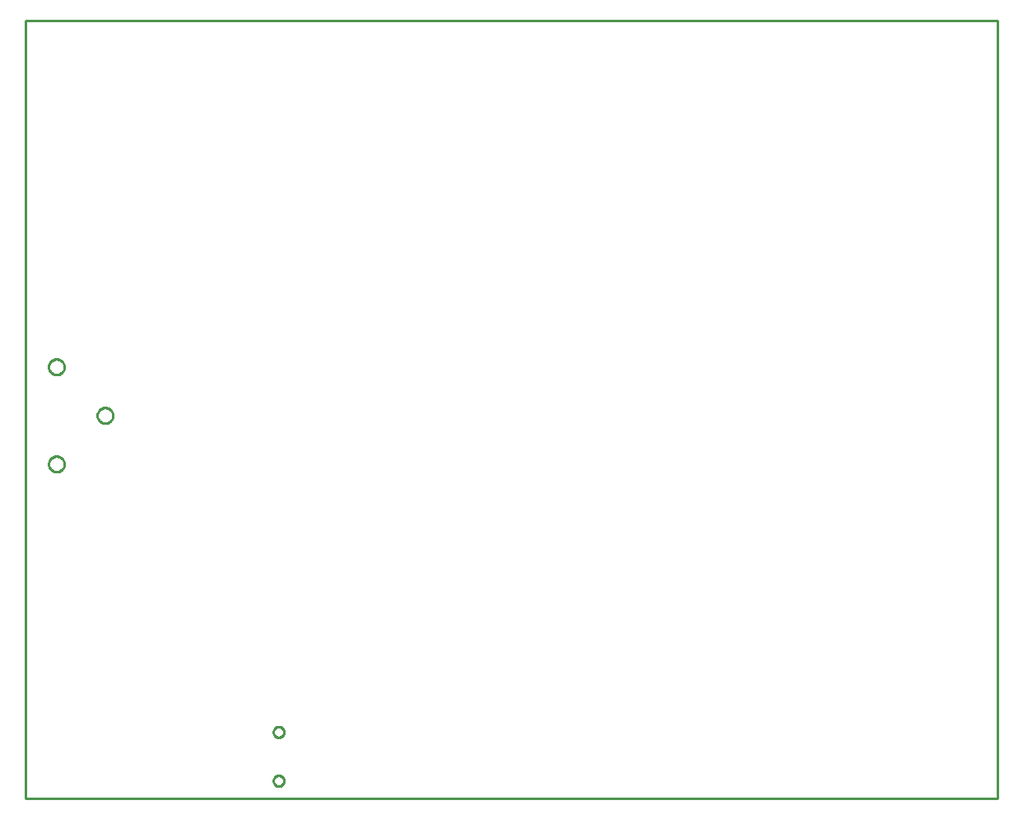
<source format=gbr>
G04 EAGLE Gerber X2 export*
%TF.Part,Single*%
%TF.FileFunction,Profile,NP*%
%TF.FilePolarity,Positive*%
%TF.GenerationSoftware,Autodesk,EAGLE,8.7.0*%
%TF.CreationDate,2018-03-11T21:08:06Z*%
G75*
%MOMM*%
%FSLAX34Y34*%
%LPD*%
%AMOC8*
5,1,8,0,0,1.08239X$1,22.5*%
G01*
%ADD10C,0.254000*%


D10*
X0Y0D02*
X1000000Y0D01*
X1000000Y800000D01*
X0Y800000D01*
X0Y0D01*
X260659Y23500D02*
X261273Y23431D01*
X261875Y23293D01*
X262458Y23089D01*
X263015Y22821D01*
X263538Y22493D01*
X264021Y22108D01*
X264458Y21671D01*
X264843Y21188D01*
X265171Y20665D01*
X265439Y20108D01*
X265643Y19525D01*
X265781Y18923D01*
X265850Y18309D01*
X265850Y17691D01*
X265781Y17077D01*
X265643Y16475D01*
X265439Y15892D01*
X265171Y15335D01*
X264843Y14812D01*
X264458Y14329D01*
X264021Y13893D01*
X263538Y13507D01*
X263015Y13179D01*
X262458Y12911D01*
X261875Y12707D01*
X261273Y12569D01*
X260659Y12500D01*
X260041Y12500D01*
X259427Y12569D01*
X258825Y12707D01*
X258242Y12911D01*
X257685Y13179D01*
X257162Y13507D01*
X256679Y13893D01*
X256243Y14329D01*
X255857Y14812D01*
X255529Y15335D01*
X255261Y15892D01*
X255057Y16475D01*
X254919Y17077D01*
X254850Y17691D01*
X254850Y18309D01*
X254919Y18923D01*
X255057Y19525D01*
X255261Y20108D01*
X255529Y20665D01*
X255857Y21188D01*
X256243Y21671D01*
X256679Y22108D01*
X257162Y22493D01*
X257685Y22821D01*
X258242Y23089D01*
X258825Y23293D01*
X259427Y23431D01*
X260041Y23500D01*
X260659Y23500D01*
X260659Y73500D02*
X261273Y73431D01*
X261875Y73293D01*
X262458Y73089D01*
X263015Y72821D01*
X263538Y72493D01*
X264021Y72108D01*
X264458Y71671D01*
X264843Y71188D01*
X265171Y70665D01*
X265439Y70108D01*
X265643Y69525D01*
X265781Y68923D01*
X265850Y68309D01*
X265850Y67691D01*
X265781Y67077D01*
X265643Y66475D01*
X265439Y65892D01*
X265171Y65335D01*
X264843Y64812D01*
X264458Y64329D01*
X264021Y63893D01*
X263538Y63507D01*
X263015Y63179D01*
X262458Y62911D01*
X261875Y62707D01*
X261273Y62569D01*
X260659Y62500D01*
X260041Y62500D01*
X259427Y62569D01*
X258825Y62707D01*
X258242Y62911D01*
X257685Y63179D01*
X257162Y63507D01*
X256679Y63893D01*
X256243Y64329D01*
X255857Y64812D01*
X255529Y65335D01*
X255261Y65892D01*
X255057Y66475D01*
X254919Y67077D01*
X254850Y67691D01*
X254850Y68309D01*
X254919Y68923D01*
X255057Y69525D01*
X255261Y70108D01*
X255529Y70665D01*
X255857Y71188D01*
X256243Y71671D01*
X256679Y72108D01*
X257162Y72493D01*
X257685Y72821D01*
X258242Y73089D01*
X258825Y73293D01*
X259427Y73431D01*
X260041Y73500D01*
X260659Y73500D01*
X39750Y443307D02*
X39673Y442525D01*
X39520Y441754D01*
X39291Y441002D01*
X38991Y440275D01*
X38620Y439582D01*
X38183Y438929D01*
X37685Y438321D01*
X37129Y437765D01*
X36521Y437267D01*
X35868Y436830D01*
X35175Y436459D01*
X34448Y436159D01*
X33696Y435930D01*
X32925Y435777D01*
X32143Y435700D01*
X31357Y435700D01*
X30575Y435777D01*
X29804Y435930D01*
X29052Y436159D01*
X28325Y436459D01*
X27632Y436830D01*
X26979Y437267D01*
X26371Y437765D01*
X25815Y438321D01*
X25317Y438929D01*
X24880Y439582D01*
X24509Y440275D01*
X24209Y441002D01*
X23980Y441754D01*
X23827Y442525D01*
X23750Y443307D01*
X23750Y444093D01*
X23827Y444875D01*
X23980Y445646D01*
X24209Y446398D01*
X24509Y447125D01*
X24880Y447818D01*
X25317Y448471D01*
X25815Y449079D01*
X26371Y449635D01*
X26979Y450133D01*
X27632Y450570D01*
X28325Y450941D01*
X29052Y451241D01*
X29804Y451470D01*
X30575Y451623D01*
X31357Y451700D01*
X32143Y451700D01*
X32925Y451623D01*
X33696Y451470D01*
X34448Y451241D01*
X35175Y450941D01*
X35868Y450570D01*
X36521Y450133D01*
X37129Y449635D01*
X37685Y449079D01*
X38183Y448471D01*
X38620Y447818D01*
X38991Y447125D01*
X39291Y446398D01*
X39520Y445646D01*
X39673Y444875D01*
X39750Y444093D01*
X39750Y443307D01*
X39750Y343307D02*
X39673Y342525D01*
X39520Y341754D01*
X39291Y341002D01*
X38991Y340275D01*
X38620Y339582D01*
X38183Y338929D01*
X37685Y338321D01*
X37129Y337765D01*
X36521Y337267D01*
X35868Y336830D01*
X35175Y336459D01*
X34448Y336159D01*
X33696Y335930D01*
X32925Y335777D01*
X32143Y335700D01*
X31357Y335700D01*
X30575Y335777D01*
X29804Y335930D01*
X29052Y336159D01*
X28325Y336459D01*
X27632Y336830D01*
X26979Y337267D01*
X26371Y337765D01*
X25815Y338321D01*
X25317Y338929D01*
X24880Y339582D01*
X24509Y340275D01*
X24209Y341002D01*
X23980Y341754D01*
X23827Y342525D01*
X23750Y343307D01*
X23750Y344093D01*
X23827Y344875D01*
X23980Y345646D01*
X24209Y346398D01*
X24509Y347125D01*
X24880Y347818D01*
X25317Y348471D01*
X25815Y349079D01*
X26371Y349635D01*
X26979Y350133D01*
X27632Y350570D01*
X28325Y350941D01*
X29052Y351241D01*
X29804Y351470D01*
X30575Y351623D01*
X31357Y351700D01*
X32143Y351700D01*
X32925Y351623D01*
X33696Y351470D01*
X34448Y351241D01*
X35175Y350941D01*
X35868Y350570D01*
X36521Y350133D01*
X37129Y349635D01*
X37685Y349079D01*
X38183Y348471D01*
X38620Y347818D01*
X38991Y347125D01*
X39291Y346398D01*
X39520Y345646D01*
X39673Y344875D01*
X39750Y344093D01*
X39750Y343307D01*
X89750Y393307D02*
X89673Y392525D01*
X89520Y391754D01*
X89291Y391002D01*
X88991Y390275D01*
X88620Y389582D01*
X88183Y388929D01*
X87685Y388321D01*
X87129Y387765D01*
X86521Y387267D01*
X85868Y386830D01*
X85175Y386459D01*
X84448Y386159D01*
X83696Y385930D01*
X82925Y385777D01*
X82143Y385700D01*
X81357Y385700D01*
X80575Y385777D01*
X79804Y385930D01*
X79052Y386159D01*
X78325Y386459D01*
X77632Y386830D01*
X76979Y387267D01*
X76371Y387765D01*
X75815Y388321D01*
X75317Y388929D01*
X74880Y389582D01*
X74509Y390275D01*
X74209Y391002D01*
X73980Y391754D01*
X73827Y392525D01*
X73750Y393307D01*
X73750Y394093D01*
X73827Y394875D01*
X73980Y395646D01*
X74209Y396398D01*
X74509Y397125D01*
X74880Y397818D01*
X75317Y398471D01*
X75815Y399079D01*
X76371Y399635D01*
X76979Y400133D01*
X77632Y400570D01*
X78325Y400941D01*
X79052Y401241D01*
X79804Y401470D01*
X80575Y401623D01*
X81357Y401700D01*
X82143Y401700D01*
X82925Y401623D01*
X83696Y401470D01*
X84448Y401241D01*
X85175Y400941D01*
X85868Y400570D01*
X86521Y400133D01*
X87129Y399635D01*
X87685Y399079D01*
X88183Y398471D01*
X88620Y397818D01*
X88991Y397125D01*
X89291Y396398D01*
X89520Y395646D01*
X89673Y394875D01*
X89750Y394093D01*
X89750Y393307D01*
M02*

</source>
